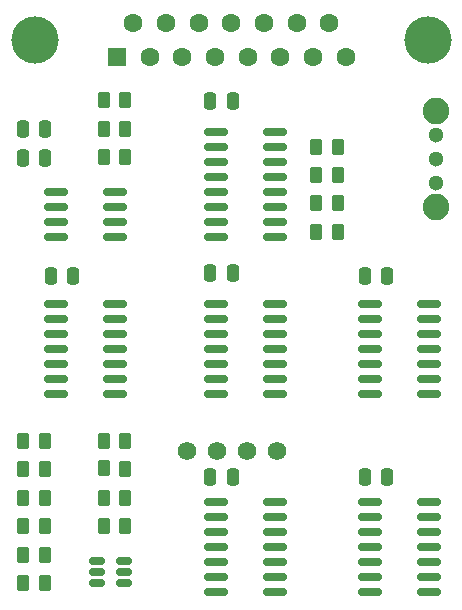
<source format=gbr>
%TF.GenerationSoftware,KiCad,Pcbnew,9.0.4*%
%TF.CreationDate,2025-09-17T12:51:36+01:00*%
%TF.ProjectId,PinCheck-4,50696e43-6865-4636-9b2d-342e6b696361,rev?*%
%TF.SameCoordinates,Original*%
%TF.FileFunction,Soldermask,Bot*%
%TF.FilePolarity,Negative*%
%FSLAX46Y46*%
G04 Gerber Fmt 4.6, Leading zero omitted, Abs format (unit mm)*
G04 Created by KiCad (PCBNEW 9.0.4) date 2025-09-17 12:51:36*
%MOMM*%
%LPD*%
G01*
G04 APERTURE LIST*
G04 Aperture macros list*
%AMRoundRect*
0 Rectangle with rounded corners*
0 $1 Rounding radius*
0 $2 $3 $4 $5 $6 $7 $8 $9 X,Y pos of 4 corners*
0 Add a 4 corners polygon primitive as box body*
4,1,4,$2,$3,$4,$5,$6,$7,$8,$9,$2,$3,0*
0 Add four circle primitives for the rounded corners*
1,1,$1+$1,$2,$3*
1,1,$1+$1,$4,$5*
1,1,$1+$1,$6,$7*
1,1,$1+$1,$8,$9*
0 Add four rect primitives between the rounded corners*
20,1,$1+$1,$2,$3,$4,$5,0*
20,1,$1+$1,$4,$5,$6,$7,0*
20,1,$1+$1,$6,$7,$8,$9,0*
20,1,$1+$1,$8,$9,$2,$3,0*%
G04 Aperture macros list end*
%ADD10C,4.000000*%
%ADD11R,1.600000X1.600000*%
%ADD12C,1.600000*%
%ADD13C,1.574800*%
%ADD14C,1.300000*%
%ADD15C,2.250000*%
%ADD16RoundRect,0.150000X0.825000X0.150000X-0.825000X0.150000X-0.825000X-0.150000X0.825000X-0.150000X0*%
%ADD17RoundRect,0.250000X-0.250000X-0.475000X0.250000X-0.475000X0.250000X0.475000X-0.250000X0.475000X0*%
%ADD18RoundRect,0.250000X-0.262500X-0.450000X0.262500X-0.450000X0.262500X0.450000X-0.262500X0.450000X0*%
%ADD19RoundRect,0.150000X-0.512500X-0.150000X0.512500X-0.150000X0.512500X0.150000X-0.512500X0.150000X0*%
%ADD20RoundRect,0.250000X0.262500X0.450000X-0.262500X0.450000X-0.262500X-0.450000X0.262500X-0.450000X0*%
G04 APERTURE END LIST*
D10*
%TO.C,J1*%
X168120000Y-83320000D03*
X134820000Y-83320000D03*
D11*
X141775000Y-84740000D03*
D12*
X144545000Y-84740000D03*
X147315000Y-84740000D03*
X150085000Y-84740000D03*
X152855000Y-84740000D03*
X155625000Y-84740000D03*
X158395000Y-84740000D03*
X161165000Y-84740000D03*
X143160000Y-81900000D03*
X145930000Y-81900000D03*
X148700000Y-81900000D03*
X151470000Y-81900000D03*
X154240000Y-81900000D03*
X157010000Y-81900000D03*
X159780000Y-81900000D03*
%TD*%
D13*
%TO.C,J2*%
X147700000Y-118120000D03*
X150240000Y-118120000D03*
X152780000Y-118120000D03*
X155320000Y-118120000D03*
%TD*%
D14*
%TO.C,SW2*%
X168770000Y-95390000D03*
X168770000Y-93390000D03*
X168770000Y-91390000D03*
D15*
X168770000Y-97490000D03*
X168770000Y-89290000D03*
%TD*%
D16*
%TO.C,U4*%
X155131845Y-91110000D03*
X155131845Y-92380000D03*
X155131845Y-93650000D03*
X155131845Y-94920000D03*
X155131845Y-96190000D03*
X155131845Y-97460000D03*
X155131845Y-98730000D03*
X155131845Y-100000000D03*
X150181845Y-100000000D03*
X150181845Y-98730000D03*
X150181845Y-97460000D03*
X150181845Y-96190000D03*
X150181845Y-94920000D03*
X150181845Y-93650000D03*
X150181845Y-92380000D03*
X150181845Y-91110000D03*
%TD*%
%TO.C,U9*%
X168185000Y-105660000D03*
X168185000Y-106930000D03*
X168185000Y-108200000D03*
X168185000Y-109470000D03*
X168185000Y-110740000D03*
X168185000Y-112010000D03*
X168185000Y-113280000D03*
X163235000Y-113280000D03*
X163235000Y-112010000D03*
X163235000Y-110740000D03*
X163235000Y-109470000D03*
X163235000Y-108200000D03*
X163235000Y-106930000D03*
X163235000Y-105660000D03*
%TD*%
D17*
%TO.C,C7*%
X133830000Y-90858125D03*
X135730000Y-90858125D03*
%TD*%
%TO.C,C12*%
X149706845Y-120290000D03*
X151606845Y-120290000D03*
%TD*%
D18*
%TO.C,R14*%
X158647500Y-99555000D03*
X160472500Y-99555000D03*
%TD*%
D17*
%TO.C,C13*%
X162760000Y-103272500D03*
X164660000Y-103272500D03*
%TD*%
D19*
%TO.C,U8*%
X140072500Y-129310000D03*
X140072500Y-128360000D03*
X140072500Y-127410000D03*
X142347500Y-127410000D03*
X142347500Y-128360000D03*
X142347500Y-129310000D03*
%TD*%
D16*
%TO.C,U6*%
X168185000Y-122417500D03*
X168185000Y-123687500D03*
X168185000Y-124957500D03*
X168185000Y-126227500D03*
X168185000Y-127497500D03*
X168185000Y-128767500D03*
X168185000Y-130037500D03*
X163235000Y-130037500D03*
X163235000Y-128767500D03*
X163235000Y-127497500D03*
X163235000Y-126227500D03*
X163235000Y-124957500D03*
X163235000Y-123687500D03*
X163235000Y-122417500D03*
%TD*%
D18*
%TO.C,R9*%
X140667500Y-90828125D03*
X142492500Y-90828125D03*
%TD*%
D20*
%TO.C,R8*%
X135672500Y-119652500D03*
X133847500Y-119652500D03*
%TD*%
%TO.C,R19*%
X142492500Y-124468750D03*
X140667500Y-124468750D03*
%TD*%
D18*
%TO.C,R4*%
X133847500Y-124468750D03*
X135672500Y-124468750D03*
%TD*%
D17*
%TO.C,C15*%
X149706845Y-103070000D03*
X151606845Y-103070000D03*
%TD*%
%TO.C,C6*%
X133830000Y-93266250D03*
X135730000Y-93266250D03*
%TD*%
D18*
%TO.C,R5*%
X133847500Y-126876875D03*
X135672500Y-126876875D03*
%TD*%
%TO.C,R12*%
X158647500Y-92330625D03*
X160472500Y-92330625D03*
%TD*%
D17*
%TO.C,C14*%
X136177500Y-103260000D03*
X138077500Y-103260000D03*
%TD*%
D16*
%TO.C,U11*%
X155131845Y-105660000D03*
X155131845Y-106930000D03*
X155131845Y-108200000D03*
X155131845Y-109470000D03*
X155131845Y-110740000D03*
X155131845Y-112010000D03*
X155131845Y-113280000D03*
X150181845Y-113280000D03*
X150181845Y-112010000D03*
X150181845Y-110740000D03*
X150181845Y-109470000D03*
X150181845Y-108200000D03*
X150181845Y-106930000D03*
X150181845Y-105660000D03*
%TD*%
D18*
%TO.C,R6*%
X133847500Y-129285000D03*
X135672500Y-129285000D03*
%TD*%
%TO.C,R11*%
X158647500Y-94738750D03*
X160472500Y-94738750D03*
%TD*%
D17*
%TO.C,C9*%
X149706845Y-88450000D03*
X151606845Y-88450000D03*
%TD*%
D16*
%TO.C,U7*%
X155131845Y-122417500D03*
X155131845Y-123687500D03*
X155131845Y-124957500D03*
X155131845Y-126227500D03*
X155131845Y-127497500D03*
X155131845Y-128767500D03*
X155131845Y-130037500D03*
X150181845Y-130037500D03*
X150181845Y-128767500D03*
X150181845Y-127497500D03*
X150181845Y-126227500D03*
X150181845Y-124957500D03*
X150181845Y-123687500D03*
X150181845Y-122417500D03*
%TD*%
D18*
%TO.C,R13*%
X158647500Y-97146875D03*
X160472500Y-97146875D03*
%TD*%
D20*
%TO.C,R17*%
X142492500Y-119652500D03*
X140667500Y-119569583D03*
%TD*%
%TO.C,R7*%
X135672500Y-117244375D03*
X133847500Y-117244375D03*
%TD*%
D16*
%TO.C,U3*%
X141602500Y-96150000D03*
X141602500Y-97420000D03*
X141602500Y-98690000D03*
X141602500Y-99960000D03*
X136652500Y-99960000D03*
X136652500Y-98690000D03*
X136652500Y-97420000D03*
X136652500Y-96150000D03*
%TD*%
D20*
%TO.C,R16*%
X142492500Y-117244375D03*
X140667500Y-117244375D03*
%TD*%
D16*
%TO.C,U10*%
X141602500Y-105660000D03*
X141602500Y-106930000D03*
X141602500Y-108200000D03*
X141602500Y-109470000D03*
X141602500Y-110740000D03*
X141602500Y-112010000D03*
X141602500Y-113280000D03*
X136652500Y-113280000D03*
X136652500Y-112010000D03*
X136652500Y-110740000D03*
X136652500Y-109470000D03*
X136652500Y-108200000D03*
X136652500Y-106930000D03*
X136652500Y-105660000D03*
%TD*%
D20*
%TO.C,R2*%
X142492500Y-88420000D03*
X140667500Y-88420000D03*
%TD*%
D17*
%TO.C,C11*%
X162760000Y-120290000D03*
X164660000Y-120290000D03*
%TD*%
D20*
%TO.C,R10*%
X142492500Y-93236250D03*
X140667500Y-93236250D03*
%TD*%
%TO.C,R18*%
X142492500Y-122060625D03*
X140667500Y-122060625D03*
%TD*%
D18*
%TO.C,R3*%
X133847500Y-122060625D03*
X135672500Y-122060625D03*
%TD*%
M02*

</source>
